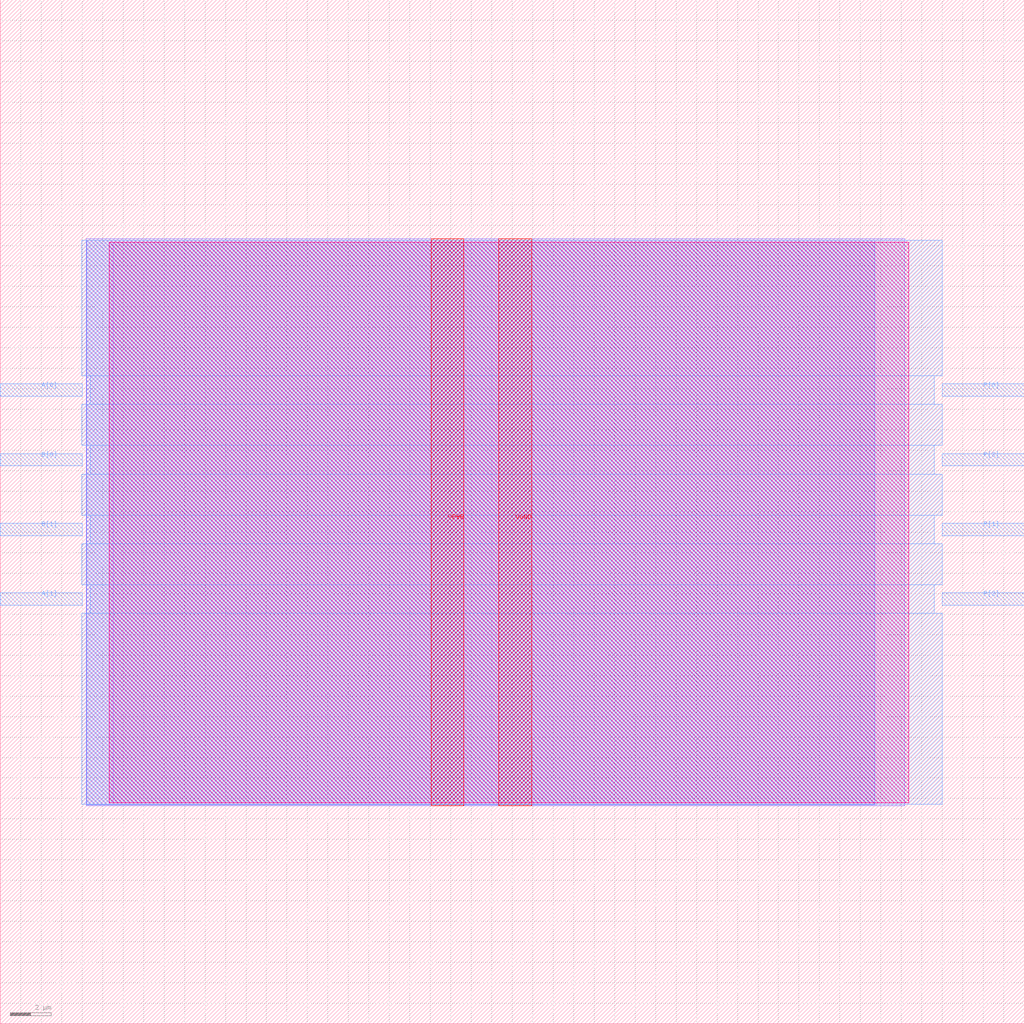
<source format=lef>
VERSION 5.7 ;
  NOWIREEXTENSIONATPIN ON ;
  DIVIDERCHAR "/" ;
  BUSBITCHARS "[]" ;
MACRO SARSA_RUIDO_e9
  CLASS BLOCK ;
  FOREIGN SARSA_RUIDO_e9 ;
  ORIGIN 0.000 0.000 ;
  SIZE 50.000 BY 50.000 ;
  PIN A[0]
    DIRECTION INPUT ;
    USE SIGNAL ;
    ANTENNAGATEAREA 0.196500 ;
    PORT
      LAYER met3 ;
        RECT 0.000 30.640 4.000 31.240 ;
    END
  END A[0]
  PIN A[1]
    DIRECTION INPUT ;
    USE SIGNAL ;
    ANTENNAGATEAREA 0.196500 ;
    PORT
      LAYER met3 ;
        RECT 0.000 20.440 4.000 21.040 ;
    END
  END A[1]
  PIN B[0]
    DIRECTION INPUT ;
    USE SIGNAL ;
    ANTENNAGATEAREA 0.196500 ;
    PORT
      LAYER met3 ;
        RECT 0.000 27.240 4.000 27.840 ;
    END
  END B[0]
  PIN B[1]
    DIRECTION INPUT ;
    USE SIGNAL ;
    ANTENNAGATEAREA 0.196500 ;
    PORT
      LAYER met3 ;
        RECT 0.000 23.840 4.000 24.440 ;
    END
  END B[1]
  PIN P[0]
    DIRECTION OUTPUT ;
    USE SIGNAL ;
    ANTENNADIFFAREA 0.445500 ;
    PORT
      LAYER met3 ;
        RECT 46.000 30.640 50.000 31.240 ;
    END
  END P[0]
  PIN P[1]
    DIRECTION OUTPUT ;
    USE SIGNAL ;
    ANTENNADIFFAREA 0.445500 ;
    PORT
      LAYER met3 ;
        RECT 46.000 23.840 50.000 24.440 ;
    END
  END P[1]
  PIN P[2]
    DIRECTION OUTPUT ;
    USE SIGNAL ;
    ANTENNADIFFAREA 0.445500 ;
    PORT
      LAYER met3 ;
        RECT 46.000 20.440 50.000 21.040 ;
    END
  END P[2]
  PIN P[3]
    DIRECTION OUTPUT ;
    USE SIGNAL ;
    PORT
      LAYER met3 ;
        RECT 46.000 27.240 50.000 27.840 ;
    END
  END P[3]
  PIN VGND
    DIRECTION INOUT ;
    USE GROUND ;
    PORT
      LAYER met4 ;
        RECT 24.340 10.640 25.940 38.320 ;
    END
  END VGND
  PIN VPWR
    DIRECTION INOUT ;
    USE POWER ;
    PORT
      LAYER met4 ;
        RECT 21.040 10.640 22.640 38.320 ;
    END
  END VPWR
  OBS
      LAYER nwell ;
        RECT 5.330 10.795 44.350 38.165 ;
      LAYER li1 ;
        RECT 5.520 10.795 44.160 38.165 ;
      LAYER met1 ;
        RECT 4.210 10.640 44.160 38.320 ;
      LAYER met2 ;
        RECT 4.230 10.695 42.690 38.265 ;
      LAYER met3 ;
        RECT 3.990 31.640 46.000 38.245 ;
        RECT 4.400 30.240 45.600 31.640 ;
        RECT 3.990 28.240 46.000 30.240 ;
        RECT 4.400 26.840 45.600 28.240 ;
        RECT 3.990 24.840 46.000 26.840 ;
        RECT 4.400 23.440 45.600 24.840 ;
        RECT 3.990 21.440 46.000 23.440 ;
        RECT 4.400 20.040 45.600 21.440 ;
        RECT 3.990 10.715 46.000 20.040 ;
  END
END SARSA_RUIDO_e9
END LIBRARY


</source>
